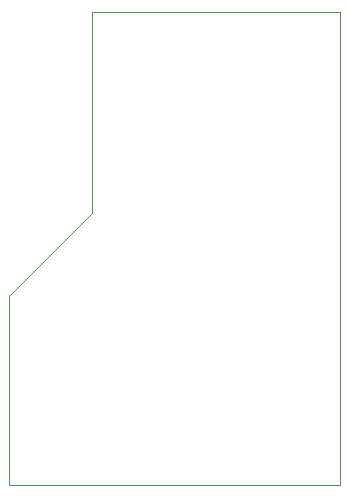
<source format=gko>
G04 Layer: BoardOutlineLayer*
G04 EasyEDA Pro v2.2.46.11, 2026-02-17 18:28:56*
G04 Gerber Generator version 0.3*
G04 Scale: 100 percent, Rotated: No, Reflected: No*
G04 Dimensions in millimeters*
G04 Leading zeros omitted, absolute positions, 4 integers and 5 decimals*
G04 Generated by one-click*
%FSLAX45Y45*%
%MOMM*%
%ADD10C,0.1*%
%ADD11C,0.9916*%
G75*


G04 PolygonModel Start*
G54D10*
G01X0Y0D02*
G01X0Y1600000D01*
G01X700000Y2300000D01*
G01X700000Y4000000D01*
G01X2800000Y4000000D01*
G01X2800000Y0D01*
G01X0Y0D01*

M02*


</source>
